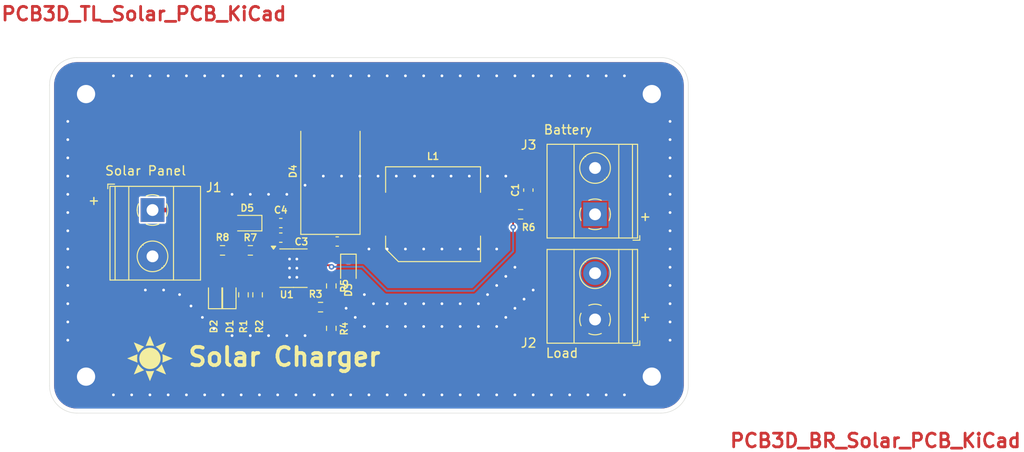
<source format=kicad_pcb>
(kicad_pcb (version 20240108) (generator "pcbnew") (generator_version "8.0")
  (layers (0 "F.Cu" signal) (31 "B.Cu" signal) (34 "B.Paste" user) (35 "F.Paste" user) (36 "B.SilkS" user "B.Silkscreen") (37 "F.SilkS" user "F.Silkscreen") (38 "B.Mask" user) (39 "F.Mask" user) (44 "Edge.Cuts" user))
  (net 0 "")
  (net 1 "GND")
  (net 2 "Net-(D3-A)")
  (net 3 "Net-(D4-K)")
  (net 4 "Net-(D3-K)")
  (net 5 "Net-(D1-K)")
  (net 6 "Net-(D1-A)")
  (net 7 "Net-(D5-A)")
  (net 8 "Net-(D2-K)")
  (net 9 "Net-(U1-~{CHRG})")
  (net 10 "Net-(U1-~{FAULT})")
  (net 11 "Net-(U1-SENSE)")
  (net 12 "Net-(R3-Pad2)")
  (net 13 "Net-(U1-V_{FB})")
  (net 15 "Net-(U1-V_{IN_REG})")
  (footprint "Package_SO:MSOP-12-1EP_3x4mm_P0.65mm_EP1.65x2.85mm" (layer "F.Cu") (at 147.73 116.1018)
    (property "Reference" "U1" (at -0.73 2.8982 0) (layer "F.SilkS") (effects (font (size 0.75 0.75))))
    (property "Value" "LT3652EMSE" (hide yes))
    (pad "1" smd roundrect (at -2.15 -1.625) (size 1.45 0.4) (layers "F.Cu" "F.Paste" "F.Mask") (net 6 "Net-(D1-A)"))
    (pad "2" smd roundrect (at -2.15 -0.975) (size 1.45 0.4) (layers "F.Cu" "F.Paste" "F.Mask") (net 15 "Net-(U1-V_{IN_REG})"))
    (pad "3" smd roundrect (at -2.15 -0.325) (size 1.45 0.4) (layers "F.Cu" "F.Paste" "F.Mask") (net 6 "Net-(D1-A)"))
    (pad "4" smd roundrect (at -2.15 0.325) (size 1.45 0.4) (layers "F.Cu" "F.Paste" "F.Mask") (net 9 "Net-(U1-~{CHRG})"))
    (pad "5" smd roundrect (at -2.15 0.975) (size 1.45 0.4) (layers "F.Cu" "F.Paste" "F.Mask") (net 10 "Net-(U1-~{FAULT})"))
    (pad "6" smd roundrect (at -2.15 1.625) (size 1.45 0.4) (layers "F.Cu" "F.Paste" "F.Mask") (net 1 "GND"))
    (pad "7" smd roundrect (at 2.15 1.625) (size 1.45 0.4) (layers "F.Cu" "F.Paste" "F.Mask") (net 13 "Net-(U1-V_{FB})"))
    (pad "8" smd roundrect (at 2.15 0.975) (size 1.45 0.4) (layers "F.Cu" "F.Paste" "F.Mask"))
    (pad "9" smd roundrect (at 2.15 0.325) (size 1.45 0.4) (layers "F.Cu" "F.Paste" "F.Mask") (net 2 "Net-(D3-A)"))
    (pad "10" smd roundrect (at 2.15 -0.325) (size 1.45 0.4) (layers "F.Cu" "F.Paste" "F.Mask") (net 11 "Net-(U1-SENSE)"))
    (pad "11" smd roundrect (at 2.15 -0.975) (size 1.45 0.4) (layers "F.Cu" "F.Paste" "F.Mask") (net 4 "Net-(D3-K)"))
    (pad "12" smd roundrect (at 2.15 -1.625) (size 1.45 0.4) (layers "F.Cu" "F.Paste" "F.Mask") (net 3 "Net-(D4-K)"))
    (pad "13" smd rect (at 0 0) (size 1.65 2.85) (property pad_prop_heatsink) (layers "F.Cu" "F.Mask") (net 1 "GND"))
  )
  (footprint "TerminalBlock_Phoenix:TerminalBlock_Phoenix_MKDS-1,5-2-5.08_1x02_P5.08mm_Horizontal" (layer "F.Cu") (at 180.78 121.73 90)
    (property "Reference" "J2" (at -2.58 -7.28 180) (layer "F.SilkS"))
    (property "Value" "Screw_Terminal_01x02" (hide yes))
    (pad "1" thru_hole rect (at 0 0 90) (size 2.6 2.6) (drill 1.3) (layers "*.Cu" "*.Mask") (net 1 "GND"))
    (pad "2" thru_hole circle (at 5.08 0 90) (size 2.6 2.6) (drill 1.3) (layers "*.Cu" "*.Mask") (net 2 "Net-(D3-A)"))
  )
  (footprint "Resistor_SMD:R_0603_1608Metric" (layer "F.Cu") (at 142.2506 119.025 90)
    (property "Reference" "R1" (at -3.475 -0.0006 90) (layer "F.SilkS") (effects (font (size 0.75 0.75))))
    (property "Value" "1.1k" (hide yes))
    (pad "1" smd roundrect (at -0.825 0 90) (size 0.8 0.95) (layers "F.Cu" "F.Paste" "F.Mask") (net 5 "Net-(D1-K)"))
    (pad "2" smd roundrect (at 0.825 0 90) (size 0.8 0.95) (layers "F.Cu" "F.Paste" "F.Mask") (net 9 "Net-(U1-~{CHRG})"))
  )
  (footprint "TerminalBlock_Phoenix:TerminalBlock_Phoenix_MKDS-1,5-2-5.08_1x02_P5.08mm_Horizontal" (layer "F.Cu") (at 180.78 110.19 90)
    (property "Reference" "J3" (at 7.605 -7.28 0) (layer "F.SilkS"))
    (property "Value" "Screw_Terminal_01x02" (hide yes))
    (pad "1" thru_hole rect (at 0 0 90) (size 2.6 2.6) (drill 1.3) (layers "*.Cu" "*.Mask") (net 2 "Net-(D3-A)"))
    (pad "2" thru_hole circle (at 5.08 0 90) (size 2.6 2.6) (drill 1.3) (layers "*.Cu" "*.Mask") (net 1 "GND"))
  )
  (footprint "LED_SMD:LED_0603_1608Metric" (layer "F.Cu") (at 139.1518 119.0625 90)
    (property "Reference" "D2" (at -3.4375 -0.1518 90) (layer "F.SilkS") (effects (font (size 0.75 0.75))))
    (property "Value" "RED LED" (hide yes))
    (pad "1" smd roundrect (at -0.7875 0 90) (size 0.875 0.95) (layers "F.Cu" "F.Paste" "F.Mask") (net 8 "Net-(D2-K)"))
    (pad "2" smd roundrect (at 0.7875 0 90) (size 0.875 0.95) (layers "F.Cu" "F.Paste" "F.Mask") (net 6 "Net-(D1-A)"))
  )
  (footprint "Resistor_SMD:R_0603_1608Metric" (layer "F.Cu") (at 151.875 118.05 -90)
    (property "Reference" "R5" (at 0 -1.43 90) (layer "F.SilkS") (effects (font (size 0.75 0.75))))
    (property "Value" "410k" (hide yes))
    (pad "1" smd roundrect (at -0.825 0 270) (size 0.8 0.95) (layers "F.Cu" "F.Paste" "F.Mask") (net 2 "Net-(D3-A)"))
    (pad "2" smd roundrect (at 0.825 0 270) (size 0.8 0.95) (layers "F.Cu" "F.Paste" "F.Mask") (net 12 "Net-(R3-Pad2)"))
  )
  (footprint "Capacitor_SMD:C_0603_1608Metric" (layer "F.Cu") (at 146.3424 112.7506)
    (property "Reference" "C3" (at 2.2576 0.4494 0) (layer "F.SilkS") (effects (font (size 0.75 0.75))))
    (property "Value" "10u" (hide yes))
    (pad "1" smd roundrect (at -0.775 0) (size 0.9 0.95) (layers "F.Cu" "F.Paste" "F.Mask") (net 6 "Net-(D1-A)"))
    (pad "2" smd roundrect (at 0.775 0) (size 0.9 0.95) (layers "F.Cu" "F.Paste" "F.Mask") (net 1 "GND"))
  )
  (footprint "Resistor_SMD:R_0603_1608Metric" (layer "F.Cu") (at 143.005 114.15)
    (property "Reference" "R7" (at -0.005 -1.4 0) (layer "F.SilkS") (effects (font (size 0.75 0.75))))
    (property "Value" "270k" (hide yes))
    (pad "1" smd roundrect (at -0.825 0) (size 0.8 0.95) (layers "F.Cu" "F.Paste" "F.Mask") (net 15 "Net-(U1-V_{IN_REG})"))
    (pad "2" smd roundrect (at 0.825 0) (size 0.8 0.95) (layers "F.Cu" "F.Paste" "F.Mask") (net 6 "Net-(D1-A)"))
  )
  (footprint "Resistor_SMD:R_0603_1608Metric" (layer "F.Cu") (at 151.875 122.7 90)
    (property "Reference" "R4" (at -0.043 1.416 90) (layer "F.SilkS") (effects (font (size 0.75 0.75))))
    (property "Value" "330k" (hide yes))
    (pad "1" smd roundrect (at -0.825 0 90) (size 0.8 0.95) (layers "F.Cu" "F.Paste" "F.Mask") (net 1 "GND"))
    (pad "2" smd roundrect (at 0.825 0 90) (size 0.8 0.95) (layers "F.Cu" "F.Paste" "F.Mask") (net 12 "Net-(R3-Pad2)"))
  )
  (footprint "LOGO" (layer "F.Cu") (at 132 126)
    (property "Reference" "G***" (hide yes))
    (property "Value" "LOGO" (hide yes))
  )
  (footprint "Capacitor_SMD:C_0603_1608Metric" (layer "F.Cu") (at 152.525 113.175)
    (property "Reference" "C2" (hide yes))
    (property "Value" "1u" (hide yes))
    (pad "1" smd roundrect (at -0.775 0) (size 0.9 0.95) (layers "F.Cu" "F.Paste" "F.Mask") (net 3 "Net-(D4-K)"))
    (pad "2" smd roundrect (at 0.775 0) (size 0.9 0.95) (layers "F.Cu" "F.Paste" "F.Mask") (net 4 "Net-(D3-K)"))
  )
  (footprint "Diode_SMD:D_SMC_Handsoldering" (layer "F.Cu") (at 151.78 105.48 90)
    (property "Reference" "D4" (at 0 -4.1 90) (layer "F.SilkS") (effects (font (size 0.75 0.75))))
    (property "Value" "D_Schottky" (hide yes))
    (pad "1" smd roundrect (at -4.4 0 180) (size 3.3 4.5) (layers "F.Cu" "F.Paste" "F.Mask") (roundrect_rratio 0.0757575758) (net 3 "Net-(D4-K)"))
    (pad "2" smd roundrect (at 4.4 0 180) (size 3.3 4.5) (layers "F.Cu" "F.Paste" "F.Mask") (roundrect_rratio 0.0757575758) (net 1 "GND"))
  )
  (footprint "Resistor_SMD:R_0603_1608Metric" (layer "F.Cu") (at 143.8 119.025 90)
    (property "Reference" "R2" (at -3.475 0.2 90) (layer "F.SilkS") (effects (font (size 0.75 0.75))))
    (property "Value" "1.1k" (hide yes))
    (pad "1" smd roundrect (at -0.825 0 90) (size 0.8 0.95) (layers "F.Cu" "F.Paste" "F.Mask") (net 8 "Net-(D2-K)"))
    (pad "2" smd roundrect (at 0.825 0 90) (size 0.8 0.95) (layers "F.Cu" "F.Paste" "F.Mask") (net 10 "Net-(U1-~{FAULT})"))
  )
  (footprint "Capacitor_SMD:C_0603_1608Metric" (layer "F.Cu") (at 173.47 107.535 90)
    (property "Reference" "C1" (at 0 -1.43 90) (layer "F.SilkS") (effects (font (size 0.75 0.75))))
    (property "Value" "10u" (hide yes))
    (pad "1" smd roundrect (at -0.775 0 90) (size 0.9 0.95) (layers "F.Cu" "F.Paste" "F.Mask") (net 2 "Net-(D3-A)"))
    (pad "2" smd roundrect (at 0.775 0 90) (size 0.9 0.95) (layers "F.Cu" "F.Paste" "F.Mask") (net 1 "GND"))
  )
  (footprint "Resistor_SMD:R_0603_1608Metric" (layer "F.Cu") (at 172.625 110.19 180)
    (property "Reference" "R6" (at -0.875 -1.43 0) (layer "F.SilkS") (effects (font (size 0.75 0.75))))
    (property "Value" "0.2" (hide yes))
    (pad "1" smd roundrect (at -0.825 0 180) (size 0.8 0.95) (layers "F.Cu" "F.Paste" "F.Mask") (net 2 "Net-(D3-A)"))
    (pad "2" smd roundrect (at 0.825 0 180) (size 0.8 0.95) (layers "F.Cu" "F.Paste" "F.Mask") (net 11 "Net-(U1-SENSE)"))
  )
  (footprint "Diode_SMD:D_SOD-323" (layer "F.Cu") (at 142.66 111.16 180)
    (property "Reference" "D5" (at 0 1.66 0) (layer "F.SilkS") (effects (font (size 0.75 0.75))))
    (property "Value" "D_Schottky" (hide yes))
    (pad "1" smd roundrect (at -1.05 0 180) (size 0.6 0.45) (layers "F.Cu" "F.Paste" "F.Mask") (net 6 "Net-(D1-A)"))
    (pad "2" smd roundrect (at 1.05 0 180) (size 0.6 0.45) (layers "F.Cu" "F.Paste" "F.Mask") (net 7 "Net-(D5-A)"))
  )
  (footprint "TerminalBlock_Phoenix:TerminalBlock_Phoenix_MKDS-1,5-2-5.08_1x02_P5.08mm_Horizontal" (layer "F.Cu") (at 132.283 109.723 -90)
    (property "Reference" "J1" (at -2.473 -6.717 0) (layer "F.SilkS"))
    (property "Value" "Screw_Terminal_01x02" (hide yes))
    (pad "1" thru_hole rect (at 0 0 270) (size 2.6 2.6) (drill 1.3) (layers "*.Cu" "*.Mask") (net 7 "Net-(D5-A)"))
    (pad "2" thru_hole circle (at 5.08 0 270) (size 2.6 2.6) (drill 1.3) (layers "*.Cu" "*.Mask") (net 1 "GND"))
  )
  (footprint "Capacitor_SMD:C_0603_1608Metric" (layer "F.Cu") (at 146.3424 111.1504)
    (property "Reference" "C4" (at 0 -1.43 0) (layer "F.SilkS") (effects (font (size 0.75 0.75))))
    (property "Value" "1u" (hide yes))
    (pad "1" smd roundrect (at -0.775 0) (size 0.9 0.95) (layers "F.Cu" "F.Paste" "F.Mask") (net 6 "Net-(D1-A)"))
    (pad "2" smd roundrect (at 0.775 0) (size 0.9 0.95) (layers "F.Cu" "F.Paste" "F.Mask") (net 1 "GND"))
  )
  (footprint "Diode_SMD:D_SOD-323" (layer "F.Cu") (at 153.75 116.175 -90)
    (property "Reference" "D3" (at 2.33 0 90) (layer "F.SilkS") (effects (font (size 0.75 0.75))))
    (property "Value" "D_Schottky" (hide yes))
    (pad "1" smd roundrect (at -1.05 0 270) (size 0.6 0.45) (layers "F.Cu" "F.Paste" "F.Mask") (net 4 "Net-(D3-K)"))
    (pad "2" smd roundrect (at 1.05 0 270) (size 0.6 0.45) (layers "F.Cu" "F.Paste" "F.Mask") (net 2 "Net-(D3-A)"))
  )
  (footprint "Resistor_SMD:R_0603_1608Metric" (layer "F.Cu") (at 139.957 114.15)
    (property "Reference" "R8" (at 0 -1.43 0) (layer "F.SilkS") (effects (font (size 0.75 0.75))))
    (property "Value" "100k" (hide yes))
    (pad "1" smd roundrect (at -0.825 0) (size 0.8 0.95) (layers "F.Cu" "F.Paste" "F.Mask") (net 1 "GND"))
    (pad "2" smd roundrect (at 0.825 0) (size 0.8 0.95) (layers "F.Cu" "F.Paste" "F.Mask") (net 15 "Net-(U1-V_{IN_REG})"))
  )
  (footprint "LED_SMD:LED_0603_1608Metric" (layer "F.Cu") (at 140.7 119.0625 90)
    (property "Reference" "D1" (at -3.4375 0.05 90) (layer "F.SilkS") (effects (font (size 0.75 0.75))))
    (property "Value" "GREEN LED" (hide yes))
    (pad "1" smd roundrect (at -0.7875 0 90) (size 0.875 0.95) (layers "F.Cu" "F.Paste" "F.Mask") (net 5 "Net-(D1-K)"))
    (pad "2" smd roundrect (at 0.7875 0 90) (size 0.875 0.95) (layers "F.Cu" "F.Paste" "F.Mask") (net 6 "Net-(D1-A)"))
  )
  (footprint "Inductor_SMD:L_Wuerth_WE-PDF_Handsoldering" (layer "F.Cu") (at 163.03 110.18)
    (property "Reference" "L1" (at 0 -6.35 0) (layer "F.SilkS") (effects (font (size 0.75 0.75))))
    (property "Value" "24uH" (hide yes))
    (pad "1" smd rect (at -5.1 0) (size 4.4 3.4) (layers "F.Cu" "F.Paste" "F.Mask") (net 3 "Net-(D4-K)"))
    (pad "2" smd rect (at 5.1 0) (size 4.4 3.4) (layers "F.Cu" "F.Paste" "F.Mask") (net 11 "Net-(U1-SENSE)"))
  )
  (footprint "Resistor_SMD:R_0603_1608Metric" (layer "F.Cu") (at 150.7 120.375)
    (property "Reference" "R3" (at -0.545 -1.43 0) (layer "F.SilkS") (effects (font (size 0.75 0.75))))
    (property "Value" "68k" (hide yes))
    (pad "1" smd roundrect (at -0.825 0) (size 0.8 0.95) (layers "F.Cu" "F.Paste" "F.Mask") (net 13 "Net-(U1-V_{FB})"))
    (pad "2" smd roundrect (at 0.825 0) (size 0.8 0.95) (layers "F.Cu" "F.Paste" "F.Mask") (net 12 "Net-(R3-Pad2)"))
  )
  (gr_line (start 124 93) (end 188 93) (stroke (width 0.05)) (layer "Edge.Cuts"))
  (gr_arc (start 191 129) (mid 190.12132 131.12132) (end 188 132) (stroke (width 0.05)) (layer "Edge.Cuts"))
  (gr_line (start 121 129) (end 121 96) (stroke (width 0.05)) (layer "Edge.Cuts"))
  (gr_arc (start 188 93) (mid 190.12132 93.87868) (end 191 96) (stroke (width 0.05)) (layer "Edge.Cuts"))
  (gr_line (start 191 96) (end 191 129) (stroke (width 0.05)) (layer "Edge.Cuts"))
  (gr_line (start 188 132) (end 124 132) (stroke (width 0.05)) (layer "Edge.Cuts"))
  (gr_arc (start 121 96) (mid 121.87868 93.87868) (end 124 93) (stroke (width 0.05)) (layer "Edge.Cuts"))
  (gr_arc (start 124 132) (mid 121.87868 131.12132) (end 121 129) (stroke (width 0.05)) (layer "Edge.Cuts"))
  (gr_text "PCB3D_BR_Solar_PCB_KiCad" (at 195.42 135.9 0) (layer "F.Cu") (effects (font (size 1.5 1.5) (thickness 0.3) (bold yes)) (justify left bottom)))
  (gr_text "PCB3D_TL_Solar_PCB_KiCad" (at 115.57 89.08 0) (layer "F.Cu") (effects (font (size 1.5 1.5) (thickness 0.3) (bold yes)) (justify left bottom)))
  (gr_text "+" (at 125.14 109.24 0) (layer "F.SilkS") (effects (font (size 1 1)) (justify left bottom)))
  (gr_text "Solar Panel" (at 127 106 0) (layer "F.SilkS") (effects (font (size 1 1)) (justify left bottom)))
  (gr_text "Load" (at 175.3 126 0) (layer "F.SilkS") (effects (font (size 1 1)) (justify left bottom)))
  (gr_text "+" (at 187 111 0) (layer "F.SilkS") (effects (font (size 1 1)) (justify left bottom mirror)))
  (gr_text "Battery" (at 175.07 101.5 0) (layer "F.SilkS") (effects (font (size 1 1)) (justify left bottom)))
  (gr_text "+" (at 187 122 0) (layer "F.SilkS") (effects (font (size 1 1)) (justify left bottom mirror)))
  (gr_text "Solar Charger" (at 136 127 0) (layer "F.SilkS") (effects (font (size 2 2) (thickness 0.4) (bold yes)) (justify left bottom)))
  (via (at 149 123.5) (size 0.6) (drill 0.3) (layers "F.Cu" "B.Cu") (net 0))
  (via (at 160 122.5) (size 0.6) (drill 0.3) (layers "F.Cu" "B.Cu") (net 1))
  (via (at 130 95) (size 0.6) (drill 0.3) (layers "F.Cu" "B.Cu") (net 1))
  (via (at 167 106) (size 0.6) (drill 0.3) (layers "F.Cu" "B.Cu") (net 1))
  (via (at 168 130) (size 0.6) (drill 0.3) (layers "F.Cu" "B.Cu") (net 1))
  (via (at 128 95) (size 0.6) (drill 0.3) (layers "F.Cu" "B.Cu") (net 1))
  (via (at 136 130) (size 0.6) (drill 0.3) (layers "F.Cu" "B.Cu") (net 1))
  (via (at 178 95) (size 0.6) (drill 0.3) (layers "F.Cu" "B.Cu") (net 1))
  (via (at 148.1 115.1) (size 0.6) (drill 0.3) (layers "F.Cu" "B.Cu") (net 1))
  (via (at 139 122.75) (size 0.6) (drill 0.3) (layers "F.Cu" "B.Cu") (net 1))
  (via (at 141 123.5) (size 0.6) (drill 0.3) (layers "F.Cu" "B.Cu") (net 1))
  (via (at 136 95) (size 0.6) (drill 0.3) (layers "F.Cu" "B.Cu") (net 1))
  (via (at 189 110) (size 0.6) (drill 0.3) (layers "F.Cu" "B.Cu") (net 1))
  (via (at 189 104) (size 0.6) (drill 0.3) (layers "F.Cu" "B.Cu") (net 1))
  (via (at 154.5 121.5) (size 0.6) (drill 0.3) (layers "F.Cu" "B.Cu") (net 1))
  (via (at 146 130) (size 0.6) (drill 0.3) (layers "F.Cu" "B.Cu") (net 1))
  (via (at 170 118) (size 0.6) (drill 0.3) (layers "F.Cu" "B.Cu") (net 1))
  (via (at 141 108) (size 0.6) (drill 0.3) (layers "F.Cu" "B.Cu") (net 1))
  (via (at 159 106) (size 0.6) (drill 0.3) (layers "F.Cu" "B.Cu") (net 1))
  (via (at 166 114) (size 0.6) (drill 0.3) (layers "F.Cu" "B.Cu") (net 1))
  (via (at 189 114) (size 0.6) (drill 0.3) (layers "F.Cu" "B.Cu") (net 1))
  (via (at 162 120) (size 0.6) (drill 0.3) (layers "F.Cu" "B.Cu") (net 1))
  (via (at 148 95) (size 0.6) (drill 0.3) (layers "F.Cu" "B.Cu") (net 1))
  (via (at 182 95) (size 0.6) (drill 0.3) (layers "F.Cu" "B.Cu") (net 1))
  (via (at 154 130) (size 0.6) (drill 0.3) (layers "F.Cu" "B.Cu") (net 1))
  (via (at 151 106) (size 0.6) (drill 0.3) (layers "F.Cu" "B.Cu") (net 1))
  (via (at 152 95) (size 0.6) (drill 0.3) (layers "F.Cu" "B.Cu") (net 1))
  (via (at 160 95) (size 0.6) (drill 0.3) (layers "F.Cu" "B.Cu") (net 1))
  (via (at 123 122) (size 0.6) (drill 0.3) (layers "F.Cu" "B.Cu") (net 1))
  (via (at 176 130) (size 0.6) (drill 0.3) (layers "F.Cu" "B.Cu") (net 1))
  (via (at 174 95) (size 0.6) (drill 0.3) (layers "F.Cu" "B.Cu") (net 1))
  (via (at 128 130) (size 0.6) (drill 0.3) (layers "F.Cu" "B.Cu") (net 1))
  (via (at 174 130) (size 0.6) (drill 0.3) (layers "F.Cu" "B.Cu") (net 1))
  (via (at 135.25 119) (size 0.6) (drill 0.3) (layers "F.Cu" "B.Cu") (net 1))
  (via (at 147.3 115.1) (size 0.6) (drill 0.3) (layers "F.Cu" "B.Cu") (net 1))
  (via (at 152 130) (size 0.6) (drill 0.3) (layers "F.Cu" "B.Cu") (net 1))
  (via (at 123 112) (size 0.6) (drill 0.3) (layers "F.Cu" "B.Cu") (net 1))
  (via (at 164 130) (size 0.6) (drill 0.3) (layers "F.Cu" "B.Cu") (net 1))
  (via (at 134 95) (size 0.6) (drill 0.3) (layers "F.Cu" "B.Cu") (net 1))
  (via (at 166 120) (size 0.6) (drill 0.3) (layers "F.Cu" "B.Cu") (net 1))
  (via (at 176 95) (size 0.6) (drill 0.3) (layers "F.Cu" "B.Cu") (net 1))
  (via (at 170 114) (size 0.6) (drill 0.3) (layers "F.Cu" "B.Cu") (net 1))
  (via (at 178 130) (size 0.6) (drill 0.3) (layers "F.Cu" "B.Cu") (net 1))
  (via (at 133.5 118.5) (size 0.6) (drill 0.3) (layers "F.Cu" "B.Cu") (net 1))
  (via (at 123 102) (size 0.6) (drill 0.3) (layers "F.Cu" "B.Cu") (net 1))
  (via (at 142 95) (size 0.6) (drill 0.3) (layers "F.Cu" "B.Cu") (net 1))
  (via (at 189 118) (size 0.6) (drill 0.3) (layers "F.Cu" "B.Cu") (net 1))
  (via (at 146 95) (size 0.6) (drill 0.3) (layers "F.Cu" "B.Cu") (net 1))
  (via (at 174 118.5) (size 0.6) (drill 0.3) (layers "F.Cu" "B.Cu") (net 1))
  (via (at 130 130) (size 0.6) (drill 0.3) (layers "F.Cu" "B.Cu") (net 1))
  (via (at 156 95) (size 0.6) (drill 0.3) (layers "F.Cu" "B.Cu") (net 1))
  (via (at 145 123.5) (size 0.6) (drill 0.3) (layers "F.Cu" "B.Cu") (net 1))
  (via (at 155.5 119) (size 0.6) (drill 0.3) (layers "F.Cu" "B.Cu") (net 1))
  (via (at 163 106) (size 0.6) (drill 0.3) (layers "F.Cu" "B.Cu") (net 1))
  (via (at 147.3 117.1) (size 0.6) (drill 0.3) (layers "F.Cu" "B.Cu") (net 1))
  (via (at 169 106) (size 0.6) (drill 0.3) (layers "F.Cu" "B.Cu") (net 1))
  (via (at 156.5 120) (size 0.6) (drill 0.3) (layers "F.Cu" "B.Cu") (net 1))
  (via (at 140 130) (size 0.6) (drill 0.3) (layers "F.Cu" "B.Cu") (net 1))
  (via (at 184 95) (size 0.6) (drill 0.3) (layers "F.Cu" "B.Cu") (net 1))
  (via (at 123 124) (size 0.6) (drill 0.3) (layers "F.Cu" "B.Cu") (net 1))
  (via (at 158 130) (size 0.6) (drill 0.3) (layers "F.Cu" "B.Cu") (net 1))
  (via (at 123 108) (size 0.6) (drill 0.3) (layers "F.Cu" "B.Cu") (net 1))
  (via (at 147.3 116.1) (size 0.6) (drill 0.3) (layers "F.Cu" "B.Cu") (net 1))
  (via (at 132 130) (size 0.6) (drill 0.3) (layers "F.Cu" "B.Cu") (net 1))
  (via (at 170 130) (size 0.6) (drill 0.3) (layers "F.Cu" "B.Cu") (net 1))
  (via (at 137.75 121.5) (size 0.6) (drill 0.3) (layers "F.Cu" "B.Cu") (net 1))
  (via (at 189 108) (size 0.6) (drill 0.3) (layers "F.Cu" "B.Cu") (net 1))
  (via (at 173 119.5) (size 0.6) (drill 0.3) (layers "F.Cu" "B.Cu") (net 1))
  (via (at 189 116) (size 0.6) (drill 0.3) (layers "F.Cu" "B.Cu") (net 1))
  (via (at 180 95) (size 0.6) (drill 0.3) (layers "F.Cu" "B.Cu") (net 1))
  (via (at 189 102) (size 0.6) (drill 0.3) (layers "F.Cu" "B.Cu") (net 1))
  (via (at 147 123.5) (size 0.6) (drill 0.3) (layers "F.Cu" "B.Cu") (net 1))
  (via (at 131.5 118.5) (size 0.6) (drill 0.3) (layers "F.Cu" "B.Cu") (net 1))
  (via (at 149 107) (size 0.6) (drill 0.3) (layers "F.Cu" "B.Cu") (net 1))
  (via (at 187 128) (size 4) (drill 2) (layers "F.Cu" "B.Cu") (net 1))
  (via (at 140 95) (size 0.6) (drill 0.3) (layers "F.Cu" "B.Cu") (net 1))
  (via (at 184 130) (size 0.6) (drill 0.3) (layers "F.Cu" "B.Cu") (net 1))
  (via (at 132 95) (size 0.6) (drill 0.3) (layers "F.Cu" "B.Cu") (net 1))
  (via (at 155 106) (size 0.6) (drill 0.3) (layers "F.Cu" "B.Cu") (net 1))
  (via (at 169 119) (size 0.6) (drill 0.3) (layers "F.Cu" "B.Cu") (net 1))
  (via (at 180 130) (size 0.6) (drill 0.3) (layers "F.Cu" "B.Cu") (net 1))
  (via (at 164 122.5) (size 0.6) (drill 0.3) (layers "F.Cu" "B.Cu") (net 1))
  (via (at 123 114) (size 0.6) (drill 0.3) (layers "F.Cu" "B.Cu") (net 1))
  (via (at 189 106) (size 0.6) (drill 0.3) (layers "F.Cu" "B.Cu") (net 1))
  (via (at 162 122.5) (size 0.6) (drill 0.3) (layers "F.Cu" "B.Cu") (net 1))
  (via (at 123 110) (size 0.6) (drill 0.3) (layers "F.Cu" "B.Cu") (net 1))
  (via (at 138 130) (size 0.6) (drill 0.3) (layers "F.Cu" "B.Cu") (net 1))
  (via (at 189 120) (size 0.6) (drill 0.3) (layers "F.Cu" "B.Cu") (net 1))
  (via (at 158 120) (size 0.6) (drill 0.3) (layers "F.Cu" "B.Cu") (net 1))
  (via (at 158 114) (size 0.6) (drill 0.3) (layers "F.Cu" "B.Cu") (net 1))
  (via (at 189 112) (size 0.6) (drill 0.3) (layers "F.Cu" "B.Cu") (net 1))
  (via (at 148.1 116.1) (size 0.6) (drill 0.3) (layers "F.Cu" "B.Cu") (net 1))
  (via (at 145 108) (size 0.6) (drill 0.3) (layers "F.Cu" "B.Cu") (net 1))
  (via (at 123 106) (size 0.6) (drill 0.3) (layers "F.Cu" "B.Cu") (net 1))
  (via (at 171 106) (size 0.6) (drill 0.3) (layers "F.Cu" "B.Cu") (net 1))
  (via (at 172 120.5) (size 0.6) (drill 0.3) (layers "F.Cu" "B.Cu") (net 1))
  (via (at 154 95) (size 0.6) (drill 0.3) (layers "F.Cu" "B.Cu") (net 1))
  (via (at 165 106) (size 0.6) (drill 0.3) (layers "F.Cu" "B.Cu") (net 1))
  (via (at 171 117) (size 0.6) (drill 0.3) (layers "F.Cu" "B.Cu") (net 1))
  (via (at 150 130) (size 0.6) (drill 0.3) (layers "F.Cu" "B.Cu") (net 1))
  (via (at 168 95) (size 0.6) (drill 0.3) (layers "F.Cu" "B.Cu") (net 1))
  (via (at 156 130) (size 0.6) (drill 0.3) (layers "F.Cu" "B.Cu") (net 1))
  (via (at 142 130) (size 0.6) (drill 0.3) (layers "F.Cu" "B.Cu") (net 1))
  (via (at 148.1 117.1) (size 0.6) (drill 0.3) (layers "F.Cu" "B.Cu") (net 1))
  (via (at 123 116) (size 0.6) (drill 0.3) (layers "F.Cu" "B.Cu") (net 1))
  (via (at 161 106) (size 0.6) (drill 0.3) (layers "F.Cu" "B.Cu") (net 1))
  (via (at 182 130) (size 0.6) (drill 0.3) (layers "F.Cu" "B.Cu") (net 1))
  (via (at 143 108) (size 0.6) (drill 0.3) (layers "F.Cu" "B.Cu") (net 1))
  (via (at 170 122.5) (size 0.6) (drill 0.3) (layers "F.Cu" "B.Cu") (net 1))
  (via (at 160 114) (size 0.6) (drill 0.3) (layers "F.Cu" "B.Cu") (net 1))
  (via (at 123 120) (size 0.6) (drill 0.3) (layers "F.Cu" "B.Cu") (net 1))
  (via (at 144 95) (size 0.6) (drill 0.3) (layers "F.Cu" "B.Cu") (net 1))
  (via (at 123 118) (size 0.6) (drill 0.3) (layers "F.Cu" "B.Cu") (net 1))
  (via (at 150 95) (size 0.6) (drill 0.3) (layers "F.Cu" "B.Cu") (net 1))
  (via (at 125 97) (size 4) (drill 2) (layers "F.Cu" "B.Cu") (net 1))
  (via (at 143 123.5) (size 0.6) (drill 0.3) (layers "F.Cu" "B.Cu") (net 1))
  (via (at 156 114) (size 0.6) (drill 0.3) (layers "F.Cu" "B.Cu") (net 1))
  (via (at 157 106) (size 0.6) (drill 0.3) (layers "F.Cu" "B.Cu") (net 1))
  (via (at 162 130) (size 0.6) (drill 0.3) (layers "F.Cu" "B.Cu") (net 1))
  (via (at 148 130) (size 0.6) (drill 0.3) (layers "F.Cu" "B.Cu") (net 1))
  (via (at 153.5 120.5) (size 0.6) (drill 0.3) (layers "F.Cu" "B.Cu") (net 1))
  (via (at 168 120) (size 0.6) (drill 0.3) (layers "F.Cu" "B.Cu") (net 1))
  (via (at 172 130) (size 0.6) (drill 0.3) (layers "F.Cu" "B.Cu") (net 1))
  (via (at 123 100) (size 0.6) (drill 0.3) (layers "F.Cu" "B.Cu") (net 1))
  (via (at 123 104) (size 0.6) (drill 0.3) (layers "F.Cu" "B.Cu") (net 1))
  (via (at 166 122.5) (size 0.6) (drill 0.3) (layers "F.Cu" "B.Cu") (net 1))
  (via (at 144 130) (size 0.6) (drill 0.3) (layers "F.Cu" "B.Cu") (net 1))
  (via (at 189 122) (size 0.6) (drill 0.3) (layers "F.Cu" "B.Cu") (net 1))
  (via (at 160 120) (size 0.6) (drill 0.3) (layers "F.Cu" "B.Cu") (net 1))
  (via (at 164 114) (size 0.6) (drill 0.3) (layers "F.Cu" "B.Cu") (net 1))
  (via (at 189 124) (size 0.6) (drill 0.3) (layers "F.Cu" "B.Cu") (net 1))
  (via (at 160 130) (size 0.6) (drill 0.3) (layers "F.Cu" "B.Cu") (net 1))
  (via (at 172 95) (size 0.6) (drill 0.3) (layers "F.Cu" "B.Cu") (net 1))
  (via (at 136.5 120.25) (size 0.6) (drill 0.3) (layers "F.Cu" "B.Cu") (net 1))
  (via (at 164 95) (size 0.6) (drill 0.3) (layers "F.Cu" "B.Cu") (net 1))
  (via (at 166 130) (size 0.6) (drill 0.3) (layers "F.Cu" "B.Cu") (net 1))
  (via (at 172 116) (size 0.6) (drill 0.3) (layers "F.Cu" "B.Cu") (net 1))
  (via (at 168 122.5) (size 0.6) (drill 0.3) (layers "F.Cu" "B.Cu") (net 1))
  (via (at 147 108) (size 0.6) (drill 0.3) (layers "F.Cu" "B.Cu") (net 1))
  (via (at 153 106) (size 0.6) (drill 0.3) (layers "F.Cu" "B.Cu") (net 1))
  (via (at 162 95) (size 0.6) (drill 0.3) (layers "F.Cu" "B.Cu") (net 1))
  (via (at 166 95) (size 0.6) (drill 0.3) (layers "F.Cu" "B.Cu") (net 1))
  (via (at 168 114) (size 0.6) (drill 0.3) (layers "F.Cu" "B.Cu") (net 1))
  (via (at 164 120) (size 0.6) (drill 0.3) (layers "F.Cu" "B.Cu") (net 1))
  (via (at 171 121.5) (size 0.6) (drill 0.3) (layers "F.Cu" "B.Cu") (net 1))
  (via (at 189 100) (size 0.6) (drill 0.3) (layers "F.Cu" "B.Cu") (net 1))
  (via (at 155.5 122.5) (size 0.6) (drill 0.3) (layers "F.Cu" "B.Cu") (net 1))
  (via (at 187 97) (size 4) (drill 2) (layers "F.Cu" "B.Cu") (net 1))
  (via (at 125 128) (size 4) (drill 2) (layers "F.Cu" "B.Cu") (net 1))
  (via (at 138 95) (size 0.6) (drill 0.3) (layers "F.Cu" "B.Cu") (net 1))
  (via (at 158 95) (size 0.6) (drill 0.3) (layers "F.Cu" "B.Cu") (net 1))
  (via (at 170 95) (size 0.6) (drill 0.3) (layers "F.Cu" "B.Cu") (net 1))
  (via (at 162 114) (size 0.6) (drill 0.3) (layers "F.Cu" "B.Cu") (net 1))
  (via (at 158 122.5) (size 0.6) (drill 0.3) (layers "F.Cu" "B.Cu") (net 1))
  (via (at 134 130) (size 0.6) (drill 0.3) (layers "F.Cu" "B.Cu") (net 1))
  (segment (start 156 121.3) (end 153.75 119.05) (width 0.5) (layer "F.Cu") (net 2))
  (segment (start 168.8 121.3) (end 156 121.3) (width 0.5) (layer "F.Cu") (net 2))
  (segment (start 173.45 110.19) (end 173.45 108.33) (width 0.5) (layer "F.Cu") (net 2))
  (segment (start 173.45 110.19) (end 173.45 116.65) (width 0.5) (layer "F.Cu") (net 2))
  (segment (start 153.75 119.05) (end 153.75 117.225) (width 0.5) (layer "F.Cu") (net 2))
  (segment (start 173.45 108.33) (end 173.47 108.31) (width 0.2) (layer "F.Cu") (net 2))
  (segment (start 173.45 116.65) (end 168.8 121.3) (width 0.5) (layer "F.Cu") (net 2))
  (segment (start 142.2506 119.85) (end 140.7 119.85) (width 0.4) (layer "F.Cu") (net 5))
  (segment (start 146.4332 115.7768) (end 145.58 115.7768) (width 0.2) (layer "F.Cu") (net 6))
  (segment (start 146.6 114.65) (end 146.6 115.61) (width 0.2) (layer "F.Cu") (net 6))
  (segment (start 139.1518 118.275) (end 140.7 118.275) (width 0.4) (layer "F.Cu") (net 6))
  (segment (start 145.58 114.4768) (end 146.4268 114.4768) (width 0.2) (layer "F.Cu") (net 6))
  (segment (start 146.4268 114.4768) (end 146.6 114.65) (width 0.2) (layer "F.Cu") (net 6))
  (segment (start 146.6 115.61) (end 146.4332 115.7768) (width 0.2) (layer "F.Cu") (net 6))
  (segment (start 141.7132 115.7768) (end 140.7 116.79) (width 0.4) (layer "F.Cu") (net 6))
  (segment (start 145.58 115.7768) (end 141.7132 115.7768) (width 0.4) (layer "F.Cu") (net 6))
  (segment (start 140.7 116.79) (end 140.7 118.275) (width 0.4) (layer "F.Cu") (net 6))
  (segment (start 140.08 111.16) (end 138.643 109.723) (width 0.5) (layer "F.Cu") (net 7))
  (segment (start 141.61 111.16) (end 140.08 111.16) (width 0.5) (layer "F.Cu") (net 7))
  (segment (start 138.643 109.723) (end 132.283 109.723) (width 0.5) (layer "F.Cu") (net 7))
  (segment (start 139.97 121.47) (end 143.03 121.47) (width 0.4) (layer "F.Cu") (net 8))
  (segment (start 143.8 120.7) (end 143.8 119.85) (width 0.4) (layer "F.Cu") (net 8))
  (segment (start 139.1518 119.85) (end 139.1518 120.6518) (width 0.4) (layer "F.Cu") (net 8))
  (segment (start 139.1518 120.6518) (end 139.97 121.47) (width 0.4) (layer "F.Cu") (net 8))
  (segment (start 143.03 121.47) (end 143.8 120.7) (width 0.4) (layer "F.Cu") (net 8))
  (segment (start 142.2506 117.0494) (end 142.2506 118.2) (width 0.4) (layer "F.Cu") (net 9))
  (segment (start 145.58 116.4268) (end 142.8732 116.4268) (width 0.4) (layer "F.Cu") (net 9))
  (segment (start 142.8732 116.4268) (end 142.2506 117.0494) (width 0.4) (layer "F.Cu") (net 9))
  (segment (start 144.2232 117.0768) (end 143.8 117.5) (width 0.4) (layer "F.Cu") (net 10))
  (segment (start 143.8 117.5) (end 143.8 118.2) (width 0.4) (layer "F.Cu") (net 10))
  (segment (start 145.58 117.0768) (end 144.2232 117.0768) (width 0.4) (layer "F.Cu") (net 10))
  (segment (start 151.9 115.95) (end 151.7268 115.7768) (width 0.2) (layer "F.Cu") (net 11))
  (segment (start 171.8 111.6) (end 171.8 110.19) (width 0.2) (layer "F.Cu") (net 11))
  (segment (start 149.8832 115.78) (end 149.88 115.7768) (width 0.2) (layer "F.Cu") (net 11))
  (segment (start 151.7268 115.7768) (end 149.88 115.7768) (width 0.2) (layer "F.Cu") (net 11))
  (via (at 171.8 111.6) (size 0.6) (drill 0.3) (layers "F.Cu" "B.Cu") (net 11))
  (via (at 151.9 115.95) (size 0.6) (drill 0.3) (layers "F.Cu" "B.Cu") (net 11))
  (segment (start 167.46 118.59) (end 157.94 118.59) (width 0.2) (layer "B.Cu") (net 11))
  (segment (start 171.8 111.6) (end 171.8 114.25) (width 0.2) (layer "B.Cu") (net 11))
  (segment (start 157.94 118.59) (end 155.3 115.95) (width 0.2) (layer "B.Cu") (net 11))
  (segment (start 171.8 114.25) (end 167.46 118.59) (width 0.2) (layer "B.Cu") (net 11))
  (segment (start 155.3 115.95) (end 151.9 115.95) (width 0.2) (layer "B.Cu") (net 11))
  (segment (start 149.875 117.8) (end 149.875 120.375) (width 0.4) (layer "F.Cu") (net 13))
  (segment (start 149.88 117.7268) (end 149.88 117.795) (width 0.2) (layer "F.Cu") (net 13))
  (segment (start 149.88 117.795) (end 149.875 117.8) (width 0.2) (layer "F.Cu") (net 13))
  (segment (start 149.8868 117.72) (end 149.88 117.7268) (width 0.2) (layer "F.Cu") (net 13))
  (segment (start 145.58 115.1268) (end 142.3468 115.1268) (width 0.4) (layer "F.Cu") (net 15))
  (segment (start 142.3468 115.1268) (end 142.18 114.96) (width 0.4) (layer "F.Cu") (net 15))
  (segment (start 142.18 114.96) (end 142.18 114.15) (width 0.4) (layer "F.Cu") (net 15))
  (zone (net 2) (net_name "Net-(D3-A)") (layer "F.Cu") (priority 7) (connect_pads yes (clearance 0.2)) (min_thickness 0.2) (fill yes (thermal_gap 0.2) (thermal_bridge_width 0.2))
    (polygon (pts (xy 173.05 110.66) (xy 173.05 109.72) (xy 178.25 109.72) (xy 179.28 108.69) (xy 182.28 108.69) (xy 182.28 118.46) (xy 179.28 118.46) (xy 179.27 118.45) (xy 179.27 111.68) (xy 178.25 110.66)))
  )
  (zone (net 3) (net_name "Net-(D4-K)") (layer "F.Cu") (priority 5) (connect_pads yes (clearance 0.2)) (min_thickness 0.2) (fill yes (thermal_gap 0.2) (thermal_bridge_width 0.2))
    (polygon (pts (xy 160.14 112.13) (xy 160.14 108.47) (xy 154.29 108.47) (xy 153.42 107.6) (xy 150.13 107.6) (xy 150.13 113.31) (xy 149.16 114.28) (xy 149.16 114.68) (xy 150.6 114.68) (xy 150.61 114.67) (xy 150.61 114.27) (xy 151.24 113.64) (xy 152.2 113.64) (xy 152.2 112.13)))
  )
  (zone (net 6) (net_name "Net-(D1-A)") (layer "F.Cu") (priority 2) (connect_pads yes (clearance 0.2)) (min_thickness 0.2) (fill yes (thermal_gap 0.2) (thermal_bridge_width 0.2))
    (polygon (pts (xy 146.36 114.73) (xy 143.36 114.73) (xy 143.36 110.58) (xy 143.38 110.56) (xy 146.04 110.56) (xy 146.05 110.57) (xy 146.05 113.9) (xy 146.36 114.21) (xy 146.36 114.7) (xy 146.35 114.71) (xy 146.36 114.72)))
  )
  (zone (net 2) (net_name "Net-(D3-A)") (layer "F.Cu") (name "GND_Pour") (priority 4) (connect_pads yes (clearance 0.2)) (min_thickness 0.2) (fill yes (thermal_gap 0.5) (thermal_bridge_width 0.5))
    (polygon (pts (xy 149.15 116.22) (xy 149.15 116.63) (xy 150.61 116.63) (xy 151.21 117.23) (xy 151.21 117.63) (xy 153.98 117.63) (xy 153.98 116.82) (xy 151.21 116.82) (xy 150.61 116.22)))
  )
  (zone (net 15) (net_name "Net-(U1-V_{IN_REG})") (layer "F.Cu") (priority 2) (connect_pads yes (clearance 0.2)) (min_thickness 0.2) (fill yes (thermal_gap 0.2) (thermal_bridge_width 0.2))
    (polygon (pts (xy 140.32 113.63) (xy 142.63 113.63) (xy 142.64 113.64) (xy 142.64 114.67) (xy 140.32 114.67)))
  )
  (zone (net 11) (net_name "Net-(U1-SENSE)") (layer "F.Cu") (priority 6) (connect_pads yes (clearance 0.2)) (min_thickness 0.2) (fill yes (thermal_gap 0.2) (thermal_bridge_width 0.2))
    (polygon (pts (xy 171.56 110.67) (xy 170.34 111.89) (xy 165.93 111.89) (xy 165.92 111.88) (xy 165.92 108.47) (xy 170.33 108.47) (xy 171.57 109.71) (xy 172.2 109.71) (xy 172.2 110.67)))
  )
  (zone (net 6) (net_name "Net-(D1-A)") (layer "F.Cu") (connect_pads yes (clearance 0.2)) (min_thickness 0.2) (fill yes (thermal_gap 0.2) (thermal_bridge_width 0.2))
    (polygon (pts (xy 141.36 117.65) (xy 141.36 118.9) (xy 138.5 118.9) (xy 138.49 118.89) (xy 138.49 117.65)))
  )
  (zone (net 4) (net_name "Net-(D3-K)") (layer "F.Cu") (name "GND_Pour") (priority 9) (connect_pads yes (clearance 0.2)) (min_thickness 0.2) (fill yes (thermal_gap 0.5) (thermal_bridge_width 0.5))
    (polygon (pts (xy 149.16 115.33) (xy 153.48 115.33) (xy 153.58 115.43) (xy 153.98 115.43) (xy 153.98 113.88) (xy 153.75 113.65) (xy 153.75 112.7) (xy 152.85 112.7) (xy 152.85 113.65) (xy 151.58 114.92) (xy 149.16 114.92)))
  )
  (zone (net 1) (net_name "GND") (layer "F.Cu") (name "GND_Pour") (priority 1) (connect_pads yes (clearance 0.25)) (min_thickness 0.5) (fill yes (thermal_gap 0.5) (thermal_bridge_width 0.5))
    (polygon (pts (xy 120 92) (xy 192 92) (xy 192 133) (xy 120 133)))
  )
  (zone (net 12) (net_name "Net-(R3-Pad2)") (layer "F.Cu") (name "GND_Pour") (priority 3) (connect_pads yes (clearance 0.2)) (min_thickness 0.2) (fill yes (thermal_gap 0.5) (thermal_bridge_width 0.5))
    (polygon (pts (xy 151.125 118.475) (xy 151.125 122.275) (xy 152.35 122.275) (xy 152.35 118.475)))
  )
  (zone (net 1) (net_name "GND") (layer "B.Cu") (priority 8) (connect_pads yes (clearance 0.2)) (min_thickness 0.2) (fill yes (thermal_gap 0.2) (thermal_bridge_width 0.2))
    (polygon (pts (xy 120 92) (xy 192 92) (xy 192 133) (xy 120 133)))
  )
)
</source>
